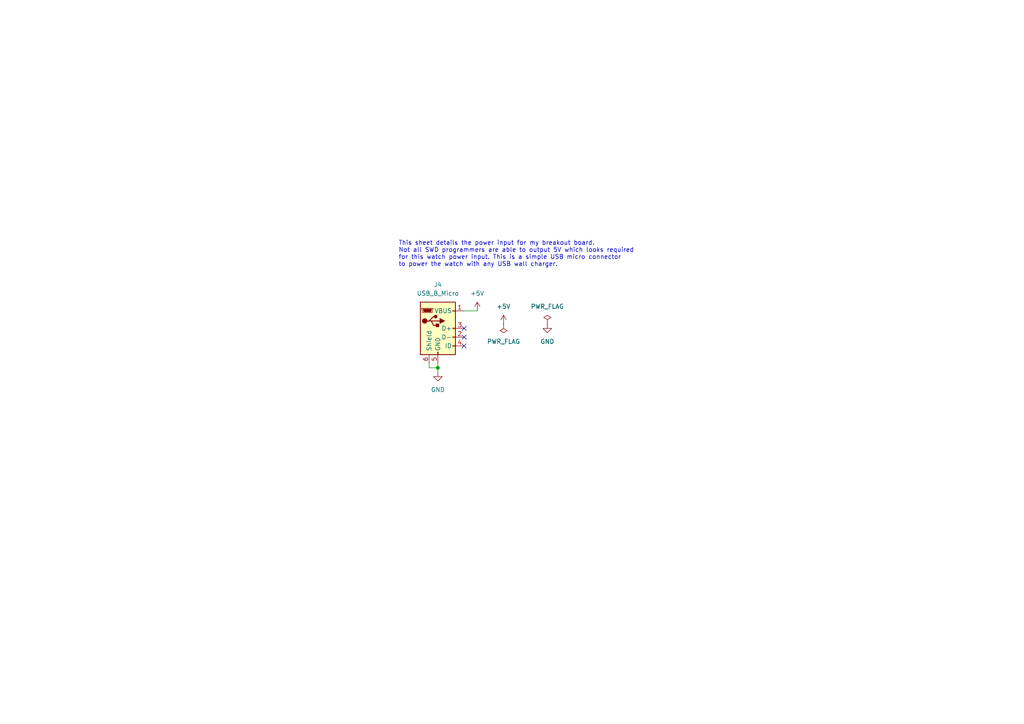
<source format=kicad_sch>
(kicad_sch (version 20230121) (generator eeschema)
  (paper "A4")
  (lib_symbols
    (symbol "Connector:USB_B_Micro" (pin_names (offset 1.016))
      (property "Reference" "J" (at -5.08 11.43 0))
      (property "Value" "USB_B_Micro" (at -5.08 8.89 0))
      (symbol "USB_B_Micro_0_1"
        (rectangle (start -5.08 -7.62) (end 5.08 7.62) (stroke (width 0.254)) (fill (type background)))
        (circle (center -3.81 2.159) (radius 0.635) (stroke (width 0.254)) (fill (type outline)))
        (circle (center -0.635 3.429) (radius 0.381) (stroke (width 0.254)) (fill (type outline)))
        (rectangle (start -0.127 -7.62) (end 0.127 -6.858))
        (polyline (pts (xy -1.905 2.159) (xy 0.635 2.159)) (stroke (width 0.254)))
        (polyline (pts (xy -3.175 2.159) (xy -2.54 2.159) (xy -1.27 3.429) (xy -0.635 3.429)) (stroke (width 0.254)))
        (polyline (pts (xy -2.54 2.159) (xy -1.905 2.159) (xy -1.27 0.889) (xy 0 0.889)) (stroke (width 0.254)))
        (polyline (pts (xy 0.635 2.794) (xy 0.635 1.524) (xy 1.905 2.159) (xy 0.635 2.794)) (stroke (width 0.254)) (fill (type outline)))
        (polyline (pts (xy -4.318 5.588) (xy -1.778 5.588) (xy -2.032 4.826) (xy -4.064 4.826) (xy -4.318 5.588)) (fill (type outline)))
        (polyline (pts (xy -4.699 5.842) (xy -4.699 5.588) (xy -4.445 4.826) (xy -4.445 4.572) (xy -1.651 4.572) (xy -1.651 4.826) (xy -1.397 5.588) (xy -1.397 5.842) (xy -4.699 5.842)))
        (rectangle (start 0.254 1.27) (end -0.508 0.508) (stroke (width 0.254)) (fill (type outline)))
        (rectangle (start 5.08 -5.207) (end 4.318 -4.953))
        (rectangle (start 5.08 -2.667) (end 4.318 -2.413))
        (rectangle (start 5.08 -0.127) (end 4.318 0.127))
        (rectangle (start 5.08 4.953) (end 4.318 5.207))
      )
      (symbol "USB_B_Micro_1_1"
        (pin power_out line (at 7.62 5.08 180) (length 2.54) (name "VBUS") (number "1"))
        (pin bidirectional line (at 7.62 -2.54 180) (length 2.54) (name "D-") (number "2"))
        (pin bidirectional line (at 7.62 0 180) (length 2.54) (name "D+") (number "3"))
        (pin passive line (at 7.62 -5.08 180) (length 2.54) (name "ID") (number "4"))
        (pin power_out line (at 0 -10.16 90) (length 2.54) (name "GND") (number "5"))
        (pin passive line (at -2.54 -10.16 90) (length 2.54) (name "Shield") (number "6"))
      )
    )
    (symbol "power:+5V" (power) (pin_names (offset 0))
      (property "Value" "+5V" (at 0 3.556 0))
      (symbol "+5V_0_1"
        (polyline (pts (xy -0.762 1.27) (xy 0 2.54)))
        (polyline (pts (xy 0 0) (xy 0 2.54)))
        (polyline (pts (xy 0 2.54) (xy 0.762 1.27)))
      )
      (symbol "+5V_1_1"
        (pin power_in line (at 0 0 90) (length 0) hide (name "+5V") (number "1"))
      )
    )
    (symbol "power:GND" (power) (pin_names (offset 0))
      (property "Value" "GND" (at 0 -3.81 0))
      (symbol "GND_0_1"
        (polyline (pts (xy 0 0) (xy 0 -1.27) (xy 1.27 -1.27) (xy 0 -2.54) (xy -1.27 -1.27) (xy 0 -1.27)))
      )
      (symbol "GND_1_1"
        (pin power_in line (at 0 0 270) (length 0) hide (name "GND") (number "1"))
      )
    )
    (symbol "power:PWR_FLAG" (power) (pin_numbers hide) (pin_names (offset 0) hide)
      (property "Value" "PWR_FLAG" (at 0 3.81 0))
      (symbol "PWR_FLAG_0_0"
        (pin power_out line (at 0 0 90) (length 0) (name "pwr") (number "1"))
      )
      (symbol "PWR_FLAG_0_1"
        (polyline (pts (xy 0 0) (xy 0 1.27) (xy -1.016 1.905) (xy 0 2.54) (xy 1.016 1.905) (xy 0 1.27)))
      )
    )
  )
  (junction (at 127 106.68))
  (no_connect (at 134.62 100.33))
  (no_connect (at 134.62 95.25))
  (no_connect (at 134.62 97.79))
  (wire (pts (xy 127 105.41) (xy 127 106.68)))
  (wire (pts (xy 124.46 105.41) (xy 124.46 106.68)))
  (wire (pts (xy 124.46 106.68) (xy 127 106.68)))
  (wire (pts (xy 127 106.68) (xy 127 107.95)))
  (wire (pts (xy 134.62 90.17) (xy 138.43 90.17)))
  (text "This sheet details the power input for my breakout board.\nNot all SWD programmers are able to output 5V which looks required\nfor this watch power input. This is a simple USB micro connector\nto power the watch with any USB wall charger." (at 115.57 77.47 0) (effects (font (size 1.27 1.27)) (justify left bottom)))
  (symbol (lib_id "power:PWR_FLAG") (at 158.75 93.98 0) (unit 1)
    (property "Reference" "#FLG02" (effects hide))
    (property "Value" "PWR_FLAG" (at 158.75 88.9 0))
  )
  (symbol (lib_id "Connector:USB_B_Micro") (at 127 95.25 0) (unit 1)
    (property "Reference" "J4" (at 127 82.55 0))
    (property "Value" "USB_B_Micro" (at 127 85.09 0))
    (property "Footprint" "Connector_USB:USB_Micro-AB_Molex_47590-0001" (effects hide))
  )
  (symbol (lib_id "power:+5V") (at 146.05 93.98 0) (unit 1)
    (property "Reference" "#PWR01" (effects hide))
    (property "Value" "+5V" (at 146.05 88.9 0))
    (instances (project "smaq3-usb-breakboard" (path "" (reference "#PWR01") (unit 1)) (path "" (reference "#PWR05") (unit 1))))
  )
  (symbol (lib_id "power:+5V") (at 138.43 90.17 0) (unit 1)
    (property "Reference" "#PWR05" (effects hide))
    (property "Value" "+5V" (at 138.43 85.09 0))
    (instances (project "smaq3-usb-breakboard" (path "" (reference "#PWR05") (unit 1)) (path "" (reference "#PWR04") (unit 1))))
  )
  (symbol (lib_id "power:GND") (at 127 107.95 0) (unit 1)
    (property "Reference" "#PWR09" (effects hide))
    (property "Value" "GND" (at 127 113.03 0))
    (instances (project "smaq3-usb-breakboard" (path "" (reference "#PWR09") (unit 1)) (path "" (reference "#PWR01") (unit 1))))
  )
  (symbol (lib_id "power:GND") (at 158.75 93.98 0) (unit 1)
    (property "Reference" "#PWR04" (effects hide))
    (property "Value" "GND" (at 158.75 99.06 0))
    (instances (project "smaq3-usb-breakboard" (path "" (reference "#PWR04") (unit 1)) (path "" (reference "#PWR09") (unit 1))))
  )
  (symbol (lib_id "power:PWR_FLAG") (at 146.05 93.98 180) (unit 1)
    (property "Reference" "#FLG01" (effects hide))
    (property "Value" "PWR_FLAG" (at 146.05 99.06 0))
  )
)
</source>
